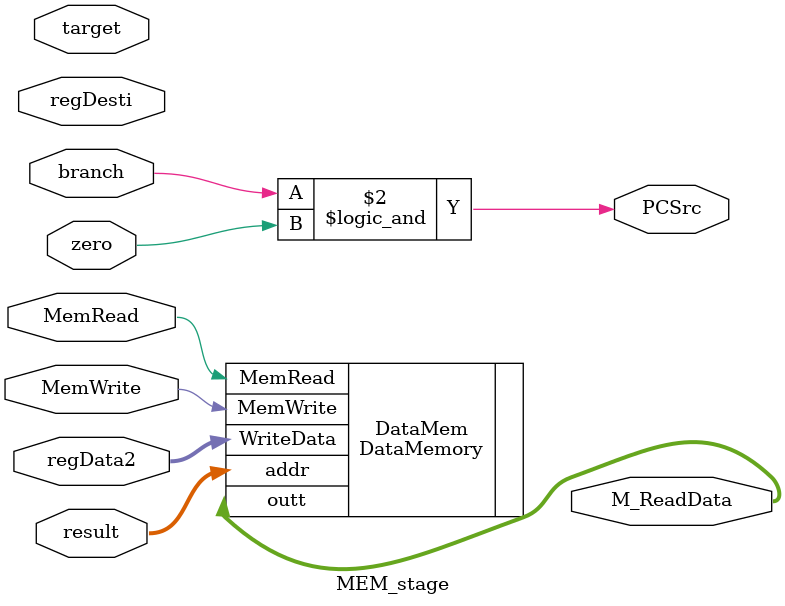
<source format=v>
`timescale 1ns / 1ps


module MEM_stage(
	input [31:0] target,
	input zero,
	input [31:0] result,
	input branch,
	input [31:0] regData2,
	input [4:0] regDesti,
	input MemWrite, MemRead,
	
	output reg PCSrc,
	output [31:0] M_ReadData
    );
	
	always @(*)begin
		//PCSrc and gate
		PCSrc = branch && zero;
	end
	
	//DataMemory ÀÐ±â ¶Ç´Â ¾²±â
	DataMemory DataMem(
		.MemWrite(MemWrite),
		.MemRead(MemRead),
		.addr(result),
		.WriteData(regData2),
		.outt(M_ReadData)
	);
		
endmodule


</source>
